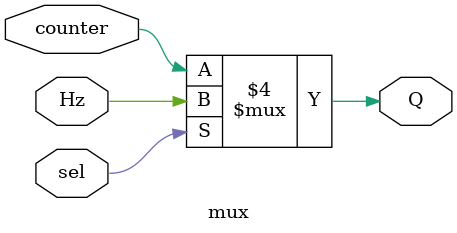
<source format=v>
module mux (  input wire sel, input wire counter, input wire Hz,
              output reg Q  );

  always@*
  if (sel == 0)
    begin
      Q = counter;
    end
  else
      Q = Hz;
endmodule
</source>
